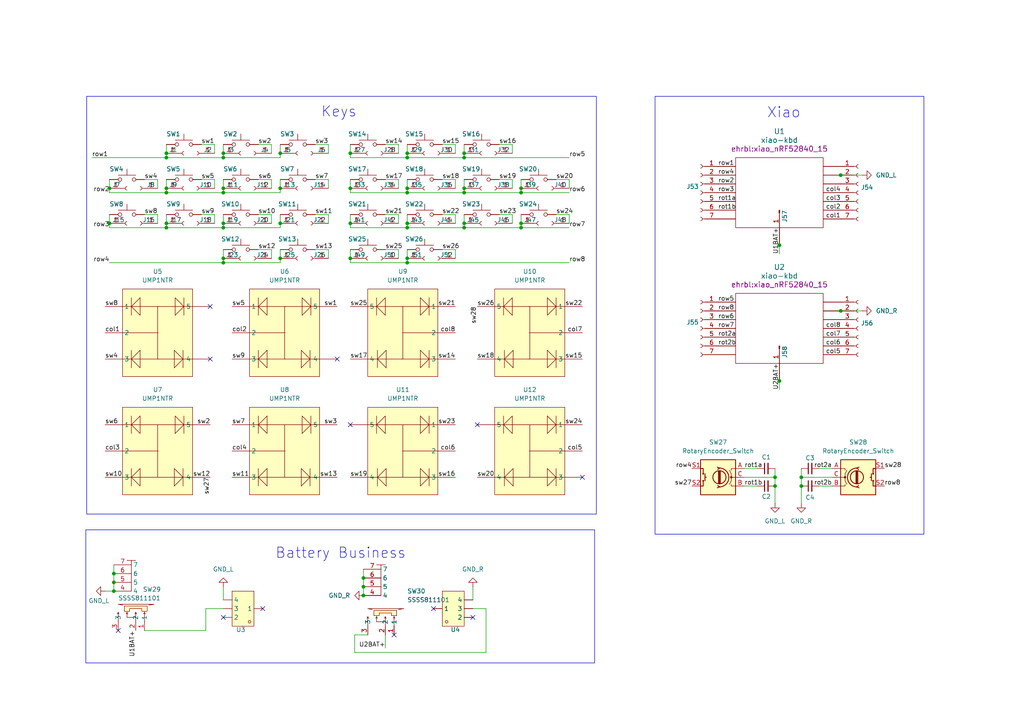
<source format=kicad_sch>
(kicad_sch (version 20231120) (generator "eeschema") (generator_version "8.0")
  (paper "A4")
  (title_block (title "ehrbl") (date "2024-09-23") (rev "0.1") (company "Octule"))
  (junction (at 64.77 45.72))
  (junction (at 243.84 90.17))
  (junction (at 134.62 66.04))
  (junction (at 64.77 64.77))
  (junction (at 134.62 55.88))
  (junction (at 81.28 54.61))
  (junction (at 118.11 74.93))
  (junction (at 118.11 54.61))
  (junction (at 101.6 54.61))
  (junction (at 226.06 71.12))
  (junction (at 105.41 172.72))
  (junction (at 64.77 66.04))
  (junction (at 118.11 55.88))
  (junction (at 151.13 55.88))
  (junction (at 151.13 66.04))
  (junction (at 48.26 55.88))
  (junction (at 64.77 55.88))
  (junction (at 118.11 44.45))
  (junction (at 224.79 140.97))
  (junction (at 118.11 76.2))
  (junction (at 48.26 66.04))
  (junction (at 151.13 64.77))
  (junction (at 243.84 50.8))
  (junction (at 64.77 44.45))
  (junction (at 101.6 64.77))
  (junction (at 64.77 54.61))
  (junction (at 81.28 64.77))
  (junction (at 105.41 167.64))
  (junction (at 33.02 168.91))
  (junction (at 48.26 44.45))
  (junction (at 33.02 166.37))
  (junction (at 105.41 170.18))
  (junction (at 224.79 138.43))
  (junction (at 81.28 74.93))
  (junction (at 33.02 171.45))
  (junction (at 232.41 138.43))
  (junction (at 232.41 140.97))
  (junction (at 118.11 66.04))
  (junction (at 151.13 54.61))
  (junction (at 64.77 74.93))
  (junction (at 118.11 45.72))
  (junction (at 48.26 54.61))
  (junction (at 48.26 45.72))
  (junction (at 101.6 74.93))
  (junction (at 31.75 54.61))
  (junction (at 226.06 110.49))
  (junction (at 134.62 54.61))
  (junction (at 64.77 76.2))
  (junction (at 134.62 64.77))
  (junction (at 81.28 44.45))
  (junction (at 31.75 64.77))
  (junction (at 48.26 64.77))
  (junction (at 134.62 45.72))
  (junction (at 101.6 44.45))
  (junction (at 134.62 44.45))
  (junction (at 118.11 64.77))
  (no_connect (at 137.16 179.07))
  (no_connect (at 34.29 182.88))
  (no_connect (at 138.43 123.19))
  (no_connect (at 60.96 104.14))
  (no_connect (at 114.3 184.15))
  (no_connect (at 60.96 88.9))
  (no_connect (at 97.79 104.14))
  (no_connect (at 76.2 176.53))
  (no_connect (at 64.77 179.07))
  (no_connect (at 168.91 138.43))
  (no_connect (at 125.73 176.53))
  (no_connect (at 101.6 123.19))
  (wire (pts (xy 134.62 55.88) (xy 151.13 55.88)))
  (wire (pts (xy 64.77 64.77) (xy 64.77 66.04)))
  (wire (pts (xy 78.74 52.07) (xy 78.74 54.61)))
  (wire (pts (xy 45.72 52.07) (xy 45.72 54.61)))
  (wire (pts (xy 33.02 163.83) (xy 33.02 166.37)))
  (wire (pts (xy 151.13 64.77) (xy 151.13 66.04)))
  (wire (pts (xy 118.11 64.77) (xy 118.11 66.04)))
  (wire (pts (xy 115.57 62.23) (xy 115.57 64.77)))
  (wire (pts (xy 48.26 52.07) (xy 48.26 54.61)))
  (wire (pts (xy 105.41 167.64) (xy 105.41 170.18)))
  (wire (pts (xy 115.57 52.07) (xy 115.57 54.61)))
  (wire (pts (xy 81.28 41.91) (xy 81.28 44.45)))
  (wire (pts (xy 226.06 110.49) (xy 226.06 113.03)))
  (wire (pts (xy 45.72 62.23) (xy 41.91 62.23)))
  (wire (pts (xy 132.08 62.23) (xy 128.27 62.23)))
  (wire (pts (xy 31.75 62.23) (xy 31.75 64.77)))
  (wire (pts (xy 132.08 52.07) (xy 128.27 52.07)))
  (wire (pts (xy 64.77 66.04) (xy 81.28 66.04)))
  (wire (pts (xy 132.08 72.39) (xy 132.08 74.93)))
  (wire (pts (xy 81.28 64.77) (xy 81.28 66.04)))
  (wire (pts (xy 118.11 44.45) (xy 118.11 45.72)))
  (wire (pts (xy 31.75 52.07) (xy 31.75 54.61)))
  (wire (pts (xy 148.59 52.07) (xy 144.78 52.07)))
  (wire (pts (xy 215.9 138.43) (xy 224.79 138.43)))
  (wire (pts (xy 165.1 62.23) (xy 161.29 62.23)))
  (wire (pts (xy 118.11 55.88) (xy 134.62 55.88)))
  (wire (pts (xy 64.77 45.72) (xy 81.28 45.72)))
  (wire (pts (xy 31.75 66.04) (xy 48.26 66.04)))
  (wire (pts (xy 59.69 176.53) (xy 64.77 176.53)))
  (wire (pts (xy 95.25 72.39) (xy 91.44 72.39)))
  (wire (pts (xy 243.84 90.17) (xy 250.19 90.17)))
  (wire (pts (xy 101.6 54.61) (xy 101.6 55.88)))
  (wire (pts (xy 64.77 170.18) (xy 64.77 173.99)))
  (wire (pts (xy 115.57 72.39) (xy 115.57 74.93)))
  (wire (pts (xy 95.25 62.23) (xy 91.44 62.23)))
  (wire (pts (xy 95.25 52.07) (xy 95.25 54.61)))
  (wire (pts (xy 148.59 52.07) (xy 148.59 54.61)))
  (wire (pts (xy 64.77 76.2) (xy 31.75 76.2)))
  (wire (pts (xy 81.28 44.45) (xy 81.28 45.72)))
  (wire (pts (xy 111.76 41.91) (xy 115.57 41.91)))
  (wire (pts (xy 226.06 105.41) (xy 226.06 110.49)))
  (wire (pts (xy 105.41 170.18) (xy 105.41 172.72)))
  (wire (pts (xy 64.77 74.93) (xy 64.77 76.2)))
  (wire (pts (xy 115.57 62.23) (xy 111.76 62.23)))
  (wire (pts (xy 81.28 52.07) (xy 81.28 54.61)))
  (wire (pts (xy 91.44 41.91) (xy 95.25 41.91)))
  (wire (pts (xy 48.26 44.45) (xy 48.26 45.72)))
  (wire (pts (xy 134.62 45.72) (xy 165.1 45.72)))
  (wire (pts (xy 62.23 52.07) (xy 62.23 54.61)))
  (wire (pts (xy 64.77 55.88) (xy 81.28 55.88)))
  (wire (pts (xy 224.79 138.43) (xy 224.79 140.97)))
  (wire (pts (xy 232.41 140.97) (xy 232.41 146.05)))
  (wire (pts (xy 81.28 54.61) (xy 81.28 55.88)))
  (wire (pts (xy 118.11 52.07) (xy 118.11 54.61)))
  (wire (pts (xy 62.23 52.07) (xy 58.42 52.07)))
  (wire (pts (xy 78.74 72.39) (xy 78.74 74.93)))
  (wire (pts (xy 81.28 76.2) (xy 64.77 76.2)))
  (wire (pts (xy 45.72 62.23) (xy 45.72 64.77)))
  (wire (pts (xy 26.67 45.72) (xy 48.26 45.72)))
  (wire (pts (xy 62.23 41.91) (xy 62.23 44.45)))
  (wire (pts (xy 161.29 52.07) (xy 165.1 52.07)))
  (wire (pts (xy 132.08 41.91) (xy 132.08 44.45)))
  (wire (pts (xy 134.62 44.45) (xy 134.62 45.72)))
  (wire (pts (xy 95.25 62.23) (xy 95.25 64.77)))
  (wire (pts (xy 48.26 55.88) (xy 64.77 55.88)))
  (wire (pts (xy 78.74 52.07) (xy 74.93 52.07)))
  (wire (pts (xy 118.11 62.23) (xy 118.11 64.77)))
  (wire (pts (xy 31.75 54.61) (xy 31.75 55.88)))
  (wire (pts (xy 101.6 52.07) (xy 101.6 54.61)))
  (wire (pts (xy 101.6 76.2) (xy 118.11 76.2)))
  (wire (pts (xy 101.6 45.72) (xy 101.6 44.45)))
  (wire (pts (xy 226.06 66.04) (xy 226.06 71.12)))
  (wire (pts (xy 78.74 62.23) (xy 74.93 62.23)))
  (wire (pts (xy 101.6 64.77) (xy 101.6 66.04)))
  (wire (pts (xy 101.6 41.91) (xy 101.6 44.45)))
  (wire (pts (xy 64.77 62.23) (xy 64.77 64.77)))
  (wire (pts (xy 118.11 45.72) (xy 134.62 45.72)))
  (wire (pts (xy 128.27 72.39) (xy 132.08 72.39)))
  (wire (pts (xy 165.1 52.07) (xy 165.1 54.61)))
  (wire (pts (xy 101.6 72.39) (xy 101.6 74.93)))
  (wire (pts (xy 30.48 171.45) (xy 33.02 171.45)))
  (wire (pts (xy 238.76 90.17) (xy 243.84 90.17)))
  (wire (pts (xy 31.75 55.88) (xy 48.26 55.88)))
  (wire (pts (xy 215.9 135.89) (xy 219.71 135.89)))
  (wire (pts (xy 165.1 62.23) (xy 165.1 64.77)))
  (wire (pts (xy 64.77 41.91) (xy 64.77 44.45)))
  (wire (pts (xy 134.62 66.04) (xy 134.62 64.77)))
  (wire (pts (xy 115.57 41.91) (xy 115.57 44.45)))
  (wire (pts (xy 134.62 41.91) (xy 134.62 44.45)))
  (wire (pts (xy 137.16 170.18) (xy 137.16 173.99)))
  (wire (pts (xy 95.25 41.91) (xy 95.25 44.45)))
  (wire (pts (xy 102.87 184.15) (xy 102.87 189.23)))
  (wire (pts (xy 81.28 74.93) (xy 81.28 76.2)))
  (wire (pts (xy 118.11 74.93) (xy 118.11 76.2)))
  (wire (pts (xy 78.74 62.23) (xy 78.74 64.77)))
  (wire (pts (xy 132.08 62.23) (xy 132.08 64.77)))
  (wire (pts (xy 134.62 62.23) (xy 134.62 64.77)))
  (wire (pts (xy 33.02 166.37) (xy 33.02 168.91)))
  (wire (pts (xy 48.26 64.77) (xy 48.26 66.04)))
  (wire (pts (xy 148.59 62.23) (xy 144.78 62.23)))
  (wire (pts (xy 118.11 72.39) (xy 118.11 74.93)))
  (wire (pts (xy 95.25 72.39) (xy 95.25 74.93)))
  (wire (pts (xy 62.23 62.23) (xy 58.42 62.23)))
  (wire (pts (xy 151.13 54.61) (xy 151.13 55.88)))
  (wire (pts (xy 118.11 54.61) (xy 118.11 55.88)))
  (wire (pts (xy 151.13 52.07) (xy 151.13 54.61)))
  (wire (pts (xy 148.59 41.91) (xy 148.59 44.45)))
  (wire (pts (xy 95.25 52.07) (xy 91.44 52.07)))
  (wire (pts (xy 250.19 50.8) (xy 243.84 50.8)))
  (wire (pts (xy 134.62 66.04) (xy 151.13 66.04)))
  (wire (pts (xy 59.69 182.88) (xy 59.69 176.53)))
  (wire (pts (xy 118.11 41.91) (xy 118.11 44.45)))
  (wire (pts (xy 81.28 72.39) (xy 81.28 74.93)))
  (wire (pts (xy 140.97 176.53) (xy 137.16 176.53)))
  (wire (pts (xy 224.79 135.89) (xy 224.79 138.43)))
  (wire (pts (xy 132.08 52.07) (xy 132.08 54.61)))
  (wire (pts (xy 41.91 182.88) (xy 59.69 182.88)))
  (wire (pts (xy 33.02 168.91) (xy 33.02 171.45)))
  (wire (pts (xy 48.26 66.04) (xy 64.77 66.04)))
  (wire (pts (xy 226.06 73.66) (xy 226.06 71.12)))
  (wire (pts (xy 62.23 62.23) (xy 62.23 64.77)))
  (wire (pts (xy 134.62 52.07) (xy 134.62 54.61)))
  (wire (pts (xy 118.11 66.04) (xy 134.62 66.04)))
  (wire (pts (xy 148.59 62.23) (xy 148.59 64.77)))
  (wire (pts (xy 101.6 74.93) (xy 101.6 76.2)))
  (wire (pts (xy 45.72 52.07) (xy 41.91 52.07)))
  (wire (pts (xy 48.26 54.61) (xy 48.26 55.88)))
  (wire (pts (xy 64.77 72.39) (xy 64.77 74.93)))
  (wire (pts (xy 151.13 62.23) (xy 151.13 64.77)))
  (wire (pts (xy 48.26 41.91) (xy 48.26 44.45)))
  (wire (pts (xy 78.74 72.39) (xy 74.93 72.39)))
  (wire (pts (xy 101.6 45.72) (xy 118.11 45.72)))
  (wire (pts (xy 105.41 165.1) (xy 105.41 167.64)))
  (wire (pts (xy 101.6 55.88) (xy 118.11 55.88)))
  (wire (pts (xy 115.57 52.07) (xy 111.76 52.07)))
  (wire (pts (xy 148.59 41.91) (xy 144.78 41.91)))
  (wire (pts (xy 132.08 41.91) (xy 128.27 41.91)))
  (wire (pts (xy 224.79 140.97) (xy 224.79 146.05)))
  (wire (pts (xy 62.23 41.91) (xy 58.42 41.91)))
  (wire (pts (xy 31.75 64.77) (xy 31.75 66.04)))
  (wire (pts (xy 64.77 52.07) (xy 64.77 54.61)))
  (wire (pts (xy 151.13 66.04) (xy 165.1 66.04)))
  (wire (pts (xy 111.76 187.96) (xy 111.76 184.15)))
  (wire (pts (xy 215.9 140.97) (xy 219.71 140.97)))
  (wire (pts (xy 115.57 72.39) (xy 111.76 72.39)))
  (wire (pts (xy 78.74 41.91) (xy 78.74 44.45)))
  (wire (pts (xy 232.41 138.43) (xy 232.41 140.97)))
  (wire (pts (xy 237.49 140.97) (xy 241.3 140.97)))
  (wire (pts (xy 64.77 44.45) (xy 64.77 45.72)))
  (wire (pts (xy 102.87 189.23) (xy 140.97 189.23)))
  (wire (pts (xy 232.41 135.89) (xy 232.41 138.43)))
  (wire (pts (xy 101.6 62.23) (xy 101.6 64.77)))
  (wire (pts (xy 48.26 62.23) (xy 48.26 64.77)))
  (wire (pts (xy 232.41 138.43) (xy 241.3 138.43)))
  (wire (pts (xy 140.97 189.23) (xy 140.97 176.53)))
  (wire (pts (xy 48.26 45.72) (xy 64.77 45.72)))
  (wire (pts (xy 78.74 41.91) (xy 74.93 41.91)))
  (wire (pts (xy 101.6 66.04) (xy 118.11 66.04)))
  (wire (pts (xy 237.49 135.89) (xy 241.3 135.89)))
  (wire (pts (xy 134.62 54.61) (xy 134.62 55.88)))
  (wire (pts (xy 118.11 76.2) (xy 165.1 76.2)))
  (wire (pts (xy 151.13 55.88) (xy 165.1 55.88)))
  (wire (pts (xy 106.68 184.15) (xy 102.87 184.15)))
  (wire (pts (xy 81.28 62.23) (xy 81.28 64.77)))
  (wire (pts (xy 64.77 54.61) (xy 64.77 55.88)))
  (rectangle (start 24.892 153.67) (end 172.466 192.278))
  (rectangle (start 189.992 27.94) (end 267.97 154.94))
  (rectangle (start 25.146 27.94) (end 172.974 149.098))
  (text "Battery Business" (at 98.806 160.528 0) (effects (font (size 2.9972 2.9972))))
  (text "Keys" (at 98.298 32.512 0) (effects (font (size 2.9972 2.9972))))
  (text "Xiao" (at 227.33 32.766 0) (effects (font (size 2.9972 2.9972))))
  (label "sw15" (at 168.91 104.14 180))
  (label "sw15" (at 128.27 41.91 0))
  (label "row1" (at 26.67 45.72 0))
  (label "row2" (at 31.75 55.88 180))
  (label "col7" (at 168.91 96.52 180))
  (label "sw13" (at 91.44 72.39 0))
  (label "col1" (at 30.48 96.52 0))
  (label "col2" (at 67.31 96.52 0))
  (label "sw17" (at 111.76 52.07 0))
  (label "sw14" (at 132.08 104.14 180))
  (label "col4" (at 243.84 55.88 180))
  (label "rot2b" (at 208.28 100.33 0))
  (label "sw26" (at 138.43 88.9 0))
  (label "col2" (at 243.84 60.96 180))
  (label "row7" (at 208.28 95.25 0))
  (label "sw25" (at 101.6 88.9 0))
  (label "sw22" (at 168.91 88.9 180))
  (label "col6" (at 243.84 100.33 180))
  (label "sw4" (at 41.91 52.07 0))
  (label "sw28" (at 138.43 88.9 270))
  (label "sw18" (at 138.43 104.14 0))
  (label "col8" (at 243.84 95.25 180))
  (label "sw7" (at 67.31 123.19 0))
  (label "col5" (at 168.91 130.81 180))
  (label "col5" (at 243.84 102.87 180))
  (label "sw3" (at 91.44 41.91 0))
  (label "sw3" (at 97.79 123.19 180))
  (label "row6" (at 208.28 92.71 0))
  (label "sw5" (at 58.42 52.07 0))
  (label "col7" (at 243.84 97.79 180))
  (label "row8" (at 208.28 90.17 0))
  (label "row6" (at 165.1 55.88 0))
  (label "sw18" (at 128.27 52.07 0))
  (label "sw5" (at 67.31 88.9 0))
  (label "row8" (at 165.1 76.2 0))
  (label "col3" (at 30.48 130.81 0))
  (label "row7" (at 165.1 66.04 0))
  (label "col6" (at 132.08 130.81 180))
  (label "sw17" (at 101.6 104.14 0))
  (label "sw27" (at 200.66 140.97 180))
  (label "rot1a" (at 208.28 58.42 0))
  (label "sw21" (at 132.08 88.9 180))
  (label "rot1b" (at 208.28 60.96 0))
  (label "sw26" (at 128.27 72.39 0))
  (label "sw7" (at 91.44 52.07 0))
  (label "col8" (at 132.08 96.52 180))
  (label "sw14" (at 111.76 41.91 0))
  (label "sw9" (at 58.42 62.23 0))
  (label "sw19" (at 101.6 138.43 0))
  (label "col3" (at 243.84 58.42 180))
  (label "sw25" (at 111.76 72.39 0))
  (label "sw16" (at 132.08 138.43 180))
  (label "sw28" (at 256.54 135.89 0))
  (label "sw2" (at 60.96 123.19 180))
  (label "sw23" (at 144.78 62.23 0))
  (label "sw2" (at 74.93 41.91 0))
  (label "col4" (at 67.31 130.81 0))
  (label "U1BAT+" (at 39.37 182.88 270))
  (label "sw11" (at 91.44 62.23 0))
  (label "row3" (at 208.28 55.88 0))
  (label "sw9" (at 67.31 104.14 0))
  (label "row4" (at 200.66 135.89 180))
  (label "sw13" (at 97.79 138.43 180))
  (label "sw8" (at 41.91 62.23 0))
  (label "row1" (at 208.28 48.26 0))
  (label "sw10" (at 74.93 62.23 0))
  (label "sw10" (at 30.48 138.43 0))
  (label "sw6" (at 74.93 52.07 0))
  (label "rot2a" (at 241.3 135.89 180))
  (label "sw20" (at 138.43 138.43 0))
  (label "sw16" (at 144.78 41.91 0))
  (label "row5" (at 165.1 45.72 0))
  (label "row8" (at 256.54 140.97 0))
  (label "U1BAT+" (at 226.06 73.66 90))
  (label "sw23" (at 132.08 123.19 180))
  (label "U2BAT+" (at 226.06 113.03 90))
  (label "sw27" (at 60.96 138.43 270))
  (label "row4" (at 208.28 50.8 0))
  (label "sw19" (at 144.78 52.07 0))
  (label "sw20" (at 161.29 52.07 0))
  (label "sw11" (at 67.31 138.43 0))
  (label "row2" (at 208.28 53.34 0))
  (label "rot1a" (at 215.9 135.89 0))
  (label "sw22" (at 128.27 62.23 0))
  (label "sw4" (at 30.48 104.14 0))
  (label "sw6" (at 30.48 123.19 0))
  (label "sw1" (at 97.79 88.9 180))
  (label "col1" (at 243.84 63.5 180))
  (label "U2BAT+" (at 111.76 187.96 180))
  (label "sw1" (at 58.42 41.91 0))
  (label "sw24" (at 168.91 123.19 180))
  (label "sw12" (at 74.93 72.39 0))
  (label "row4" (at 31.75 76.2 180))
  (label "rot1b" (at 215.9 140.97 0))
  (label "sw21" (at 111.76 62.23 0))
  (label "row3" (at 31.75 66.04 180))
  (label "sw24" (at 161.29 62.23 0))
  (label "row5" (at 208.28 87.63 0))
  (label "sw12" (at 60.96 138.43 180))
  (label "rot2b" (at 241.3 140.97 180))
  (label "sw8" (at 30.48 88.9 0))
  (label "rot2a" (at 208.28 97.79 0))
  (symbol (lib_id "Switch:SW_Push") (at 69.85 72.39 0) (unit 1) (in_bom no)
    (property "Reference" "SW12" (at 66.802 69.342 0))
    (property "Value" "SW_Push" (effects (hide yes)))
    (property "Footprint" "ehrbl:SW_PG1350" (effects (hide yes)))
    (property "Description" "Push button switch, generic, two pins" (effects (hide yes)))
    (property "Config" "+case" (effects (hide yes)))
    (property "case:Footprint" "ehrbl:SW_PG1350_case" (effects (hide yes)))
  )
  (symbol (lib_id "Switch:SW_Push") (at 53.34 62.23 0) (unit 1) (in_bom no)
    (property "Reference" "SW9" (at 50.292 59.182 0))
    (property "Value" "SW_Push" (effects (hide yes)))
    (property "Footprint" "ehrbl:SW_PG1350" (effects (hide yes)))
    (property "Description" "Push button switch, generic, two pins" (effects (hide yes)))
    (property "Config" "+case" (effects (hide yes)))
    (property "case:Footprint" "ehrbl:SW_PG1350_case" (effects (hide yes)))
  )
  (symbol (lib_id "ehrbl:MY-LR44-02") (at 132.08 176.53 0) (mirror x) (unit 1)
    (property "Reference" "U4" (at 132.08 182.626 0))
    (property "Value" "MY-LR44-02" (effects (hide yes)))
    (property "Footprint" "ehrbl:BAT-SMD_MY-LR44-02" (effects (hide yes)))
    (property "Datasheet" "https://wmsc.lcsc.com/wmsc/upload/file/pdf/v2/lcsc/2111120930_MYOUNG-MY-LR44-02_C2902345.pdf" (effects (hide yes)))
    (property "LCSC" "C2902345" (effects (hide yes)))
    (property "MPN" "MY-LR44-02" (effects (hide yes)))
    (property "LCSC Part" "C2902345" (effects (hide yes)))
  )
  (symbol (lib_id "Connector:Conn_01x01_Socket") (at 90.17 54.61 0) (mirror y) (unit 1)
    (property "Reference" "J14" (at 94.488 53.594 0) (effects (justify left)))
    (property "Value" "3305-0-15-80-47-27-10-0" (effects (hide yes)))
    (property "Footprint" "ehrbl:3305-0-15-80-47-27-10-0" (effects (hide yes)))
    (property "Description" "Generic connector, single row, 01x01, script generated" (effects (hide yes)))
    (property "LCSC" "C17370797" (effects (hide yes)))
    (property "MPN" "3305-0-15-80-47-27-10-0" (effects (hide yes)))
  )
  (symbol (lib_id "Connector:Conn_01x01_Socket") (at 123.19 44.45 0) (unit 1)
    (property "Reference" "J29" (at 118.872 43.434 0) (effects (justify left)))
    (property "Value" "3305-0-15-80-47-27-10-0" (effects (hide yes)))
    (property "Footprint" "ehrbl:3305-0-15-80-47-27-10-0" (effects (hide yes)))
    (property "Description" "Generic connector, single row, 01x01, script generated" (effects (hide yes)))
    (property "LCSC" "C17370797" (effects (hide yes)))
    (property "MPN" "3305-0-15-80-47-27-10-0" (effects (hide yes)))
  )
  (symbol (lib_id "Switch:SW_Push") (at 86.36 52.07 0) (unit 1) (in_bom no)
    (property "Reference" "SW7" (at 83.312 49.022 0))
    (property "Value" "SW_Push" (effects (hide yes)))
    (property "Footprint" "ehrbl:SW_PG1350" (effects (hide yes)))
    (property "Description" "Push button switch, generic, two pins" (effects (hide yes)))
    (property "Config" "+case" (effects (hide yes)))
    (property "case:Footprint" "ehrbl:SW_PG1350_case" (effects (hide yes)))
  )
  (symbol (lib_id "Device:RotaryEncoder_Switch") (at 208.28 138.43 0) (mirror y) (unit 1) (in_bom no)
    (property "Reference" "SW27" (at 208.28 128.27 0))
    (property "Value" "RotaryEncoder_Switch" (at 208.28 130.81 0))
    (property "Footprint" "ehrbl:RollerEncoder_Panasonic_EVQWGD001" (effects (hide yes)))
    (property "Description" "Rotary encoder, dual channel, incremental quadrate outputs, with switch" (effects (hide yes)))
    (property "Config" "+case" (effects (hide yes)))
    (property "case:Footprint" "ehrbl:RollerEncoder_Panasonic_EVQWGD001_case" (effects (hide yes)))
  )
  (symbol (lib_id "power:GND") (at 224.79 146.05 0) (unit 1)
    (property "Reference" "#PWR07" (effects (hide yes)))
    (property "Value" "GND_L" (at 224.79 151.13 0))
    (property "Description" "Power symbol creates a global label with name \"GND\" , ground" (effects (hide yes)))
  )
  (symbol (lib_id "Connector:Conn_01x01_Socket") (at 123.19 74.93 0) (unit 1)
    (property "Reference" "J51" (at 118.872 73.914 0) (effects (justify left)))
    (property "Value" "3305-0-15-80-47-27-10-0" (effects (hide yes)))
    (property "Footprint" "ehrbl:3305-0-15-80-47-27-10-0" (effects (hide yes)))
    (property "Description" "Generic connector, single row, 01x01, script generated" (effects (hide yes)))
    (property "LCSC" "C17370797" (effects (hide yes)))
    (property "MPN" "3305-0-15-80-47-27-10-0" (effects (hide yes)))
  )
  (symbol (lib_id "Connector:Conn_01x01_Socket") (at 156.21 64.77 0) (unit 1)
    (property "Reference" "J47" (at 151.892 63.754 0) (effects (justify left)))
    (property "Value" "3305-0-15-80-47-27-10-0" (effects (hide yes)))
    (property "Footprint" "ehrbl:3305-0-15-80-47-27-10-0" (effects (hide yes)))
    (property "Description" "Generic connector, single row, 01x01, script generated" (effects (hide yes)))
    (property "LCSC" "C17370797" (effects (hide yes)))
    (property "MPN" "3305-0-15-80-47-27-10-0" (effects (hide yes)))
  )
  (symbol (lib_id "Switch:SW_Push") (at 139.7 52.07 0) (unit 1) (in_bom no)
    (property "Reference" "SW19" (at 136.652 49.022 0))
    (property "Value" "SW_Push" (effects (hide yes)))
    (property "Footprint" "ehrbl:SW_PG1350" (effects (hide yes)))
    (property "Description" "Push button switch, generic, two pins" (effects (hide yes)))
    (property "Config" "+case" (effects (hide yes)))
    (property "case:Footprint" "ehrbl:SW_PG1350_case" (effects (hide yes)))
  )
  (symbol (lib_id "Device:C_Small") (at 234.95 135.89 90) (unit 1)
    (property "Reference" "C3" (at 234.95 132.842 90))
    (property "Value" "C_Small" (effects (hide yes)))
    (property "Footprint" "Capacitor_SMD:C_0402_1005Metric" (effects (hide yes)))
    (property "Description" "Unpolarized capacitor, small symbol" (effects (hide yes)))
    (property "LCSC" "C60474" (effects (hide yes)))
  )
  (symbol (lib_id "Connector:Conn_01x01_Socket") (at 143.51 64.77 0) (mirror y) (unit 1)
    (property "Reference" "J46" (at 147.828 63.754 0) (effects (justify left)))
    (property "Value" "3305-0-15-80-47-27-10-0" (effects (hide yes)))
    (property "Footprint" "ehrbl:3305-0-15-80-47-27-10-0" (effects (hide yes)))
    (property "Description" "Generic connector, single row, 01x01, script generated" (effects (hide yes)))
    (property "LCSC" "C17370797" (effects (hide yes)))
    (property "MPN" "3305-0-15-80-47-27-10-0" (effects (hide yes)))
  )
  (symbol (lib_id "Connector:Conn_01x01_Socket") (at 73.66 54.61 0) (mirror y) (unit 1)
    (property "Reference" "J12" (at 77.978 53.594 0) (effects (justify left)))
    (property "Value" "3305-0-15-80-47-27-10-0" (effects (hide yes)))
    (property "Footprint" "ehrbl:3305-0-15-80-47-27-10-0" (effects (hide yes)))
    (property "Description" "Generic connector, single row, 01x01, script generated" (effects (hide yes)))
    (property "LCSC" "C17370797" (effects (hide yes)))
    (property "MPN" "3305-0-15-80-47-27-10-0" (effects (hide yes)))
  )
  (symbol (lib_id "Connector:Conn_01x01_Socket") (at 57.15 54.61 0) (mirror y) (unit 1)
    (property "Reference" "J10" (at 61.468 53.594 0) (effects (justify left)))
    (property "Value" "3305-0-15-80-47-27-10-0" (effects (hide yes)))
    (property "Footprint" "ehrbl:3305-0-15-80-47-27-10-0" (effects (hide yes)))
    (property "Description" "Generic connector, single row, 01x01, script generated" (effects (hide yes)))
    (property "LCSC" "C17370797" (effects (hide yes)))
    (property "MPN" "3305-0-15-80-47-27-10-0" (effects (hide yes)))
  )
  (symbol (lib_id "ehrbl:MY-LR44-02") (at 69.85 176.53 180) (unit 1)
    (property "Reference" "U3" (at 69.85 182.626 0))
    (property "Value" "MY-LR44-02" (effects (hide yes)))
    (property "Footprint" "ehrbl:BAT-SMD_MY-LR44-02" (effects (hide yes)))
    (property "Datasheet" "https://wmsc.lcsc.com/wmsc/upload/file/pdf/v2/lcsc/2111120930_MYOUNG-MY-LR44-02_C2902345.pdf" (effects (hide yes)))
    (property "LCSC" "C2902345" (effects (hide yes)))
    (property "MPN" "MY-LR44-02" (effects (hide yes)))
    (property "LCSC Part" "C2902345" (effects (hide yes)))
  )
  (symbol (lib_id "Connector:Conn_01x01_Socket") (at 86.36 54.61 0) (unit 1)
    (property "Reference" "J13" (at 82.042 53.594 0) (effects (justify left)))
    (property "Value" "3305-0-15-80-47-27-10-0" (effects (hide yes)))
    (property "Footprint" "ehrbl:3305-0-15-80-47-27-10-0" (effects (hide yes)))
    (property "Description" "Generic connector, single row, 01x01, script generated" (effects (hide yes)))
    (property "LCSC" "C17370797" (effects (hide yes)))
    (property "MPN" "3305-0-15-80-47-27-10-0" (effects (hide yes)))
  )
  (symbol (lib_id "Switch:SW_Push") (at 86.36 72.39 0) (unit 1) (in_bom no)
    (property "Reference" "SW13" (at 83.312 69.342 0))
    (property "Value" "SW_Push" (effects (hide yes)))
    (property "Footprint" "ehrbl:SW_PG1350" (effects (hide yes)))
    (property "Description" "Push button switch, generic, two pins" (effects (hide yes)))
    (property "Config" "+case" (effects (hide yes)))
    (property "case:Footprint" "ehrbl:SW_PG1350_case" (effects (hide yes)))
  )
  (symbol (lib_id "Connector:Conn_01x07_Socket") (at 203.2 55.88 0) (mirror y) (unit 1)
    (property "Reference" "J53" (at 202.692 54.102 0) (effects (justify left)))
    (property "Value" "MF254V-11-07-0743" (effects (hide yes)))
    (property "Footprint" "ehrbl:MF254V-11-07-0743" (effects (hide yes)))
    (property "Description" "Generic connector, single row, 01x07, script generated" (effects (hide yes)))
    (property "LCSC" "C2889988" (effects (hide yes)))
    (property "MPN" "310-13-107-41-001000" (effects (hide yes)))
  )
  (symbol (lib_id "Connector:Conn_01x07_Socket") (at 203.2 95.25 0) (mirror y) (unit 1)
    (property "Reference" "J55" (at 202.692 93.472 0) (effects (justify left)))
    (property "Value" "MF254V-11-07-0743" (effects (hide yes)))
    (property "Footprint" "ehrbl:MF254V-11-07-0743" (effects (hide yes)))
    (property "Description" "Generic connector, single row, 01x07, script generated" (effects (hide yes)))
    (property "LCSC" "C2889988" (effects (hide yes)))
    (property "MPN" "310-13-107-41-001000" (effects (hide yes)))
  )
  (symbol (lib_id "Device:RotaryEncoder_Switch") (at 248.92 138.43 0) (unit 1) (in_bom no)
    (property "Reference" "SW28" (at 248.92 128.27 0))
    (property "Value" "RotaryEncoder_Switch" (at 248.92 130.81 0))
    (property "Footprint" "ehrbl:RollerEncoder_Panasonic_EVQWGD001" (effects (hide yes)))
    (property "Description" "Rotary encoder, dual channel, incremental quadrate outputs, with switch" (effects (hide yes)))
    (property "Config" "+case" (effects (hide yes)))
    (property "case:Footprint" "ehrbl:RollerEncoder_Panasonic_EVQWGD001_case" (effects (hide yes)))
  )
  (symbol (lib_name "UMP1NTR_4") (lib_id "ehrbl:UMP1NTR") (at 116.84 130.81 0) (mirror y) (unit 1)
    (property "Reference" "U11" (at 116.84 113.03 0))
    (property "Value" "UMP1NTR" (at 116.84 115.57 0))
    (property "Footprint" "ehrbl:SOT-353_L2.1-W1.3-P0.65-LS2.3-BL" (effects (hide yes)))
    (property "LCSC Part" "C510065" (effects (hide yes)))
    (property "LCSC" "C510065" (effects (hide yes)))
  )
  (symbol (lib_id "ehrbl:SSSS811101") (at 40.64 179.07 180) (unit 1)
    (property "Reference" "SW29" (at 41.402 170.942 0) (effects (justify right)))
    (property "Value" "SSSS811101" (at 34.29 173.482 0) (effects (justify right)))
    (property "Footprint" "ehrbl:SW-SMD_SSSS811101" (effects (hide yes)))
    (property "Datasheet" "https://lcsc.com/product-detail/Toggle-Switches_ALPS_SSSS811101_SSSS811101_C109335.html" (effects (hide yes)))
    (property "LCSC" "C109335" (effects (hide yes)))
    (property "Config" "+case,+board" (effects (hide yes)))
    (property "case:Footprint" "TestPoint:TestPoint_Pad_1.0x1.0mm" (effects (hide yes)))
  )
  (symbol (lib_id "power:GND") (at 30.48 171.45 270) (unit 1)
    (property "Reference" "#PWR06" (effects (hide yes)))
    (property "Value" "GND_L" (at 31.75 174.244 90) (effects (justify right)))
    (property "Description" "Power symbol creates a global label with name \"GND\" , ground" (effects (hide yes)))
  )
  (symbol (lib_id "Connector:Conn_01x01_Socket") (at 69.85 64.77 0) (unit 1)
    (property "Reference" "J19" (at 65.532 63.754 0) (effects (justify left)))
    (property "Value" "3305-0-15-80-47-27-10-0" (effects (hide yes)))
    (property "Footprint" "ehrbl:3305-0-15-80-47-27-10-0" (effects (hide yes)))
    (property "Description" "Generic connector, single row, 01x01, script generated" (effects (hide yes)))
    (property "LCSC" "C17370797" (effects (hide yes)))
    (property "MPN" "3305-0-15-80-47-27-10-0" (effects (hide yes)))
  )
  (symbol (lib_id "Connector:Conn_01x01_Socket") (at 86.36 44.45 0) (unit 1)
    (property "Reference" "J5" (at 82.042 43.434 0) (effects (justify left)))
    (property "Value" "3305-0-15-80-47-27-10-0" (effects (hide yes)))
    (property "Footprint" "ehrbl:3305-0-15-80-47-27-10-0" (effects (hide yes)))
    (property "Description" "Generic connector, single row, 01x01, script generated" (effects (hide yes)))
    (property "LCSC" "C17370797" (effects (hide yes)))
    (property "MPN" "3305-0-15-80-47-27-10-0" (effects (hide yes)))
  )
  (symbol (lib_id "Connector:Conn_01x01_Socket") (at 73.66 64.77 0) (mirror y) (unit 1)
    (property "Reference" "J20" (at 77.978 63.754 0) (effects (justify left)))
    (property "Value" "3305-0-15-80-47-27-10-0" (effects (hide yes)))
    (property "Footprint" "ehrbl:3305-0-15-80-47-27-10-0" (effects (hide yes)))
    (property "Description" "Generic connector, single row, 01x01, script generated" (effects (hide yes)))
    (property "LCSC" "C17370797" (effects (hide yes)))
    (property "MPN" "3305-0-15-80-47-27-10-0" (effects (hide yes)))
  )
  (symbol (lib_id "Connector:Conn_01x01_Socket") (at 110.49 64.77 0) (mirror y) (unit 1)
    (property "Reference" "J42" (at 114.808 63.754 0) (effects (justify left)))
    (property "Value" "3305-0-15-80-47-27-10-0" (effects (hide yes)))
    (property "Footprint" "ehrbl:3305-0-15-80-47-27-10-0" (effects (hide yes)))
    (property "Description" "Generic connector, single row, 01x01, script generated" (effects (hide yes)))
    (property "LCSC" "C17370797" (effects (hide yes)))
    (property "MPN" "3305-0-15-80-47-27-10-0" (effects (hide yes)))
  )
  (symbol (lib_id "ehrbl:xiao_nRF52840_14") (at 226.06 55.88 0) (unit 1) (in_bom no)
    (property "Reference" "U1" (at 226.06 38.1 0) (effects (font (size 1.524 1.524))))
    (property "Value" "xiao-kbd" (at 226.06 40.64 0) (effects (font (size 1.524 1.524))))
    (property "Footprint" "ehrbl:xiao_nRF52840_15" (at 226.06 43.18 0) (effects (font (size 1.524 1.524))))
    (property "Config" "+case" (effects (hide yes)))
    (property "case:Footprint" "ehrbl:xiao_nRF52840_15_case" (effects (hide yes)))
  )
  (symbol (lib_id "Connector:Conn_01x01_Socket") (at 90.17 44.45 0) (mirror y) (unit 1)
    (property "Reference" "J6" (at 94.488 43.434 0) (effects (justify left)))
    (property "Value" "3305-0-15-80-47-27-10-0" (effects (hide yes)))
    (property "Footprint" "ehrbl:3305-0-15-80-47-27-10-0" (effects (hide yes)))
    (property "Description" "Generic connector, single row, 01x01, script generated" (effects (hide yes)))
    (property "LCSC" "C17370797" (effects (hide yes)))
    (property "MPN" "3305-0-15-80-47-27-10-0" (effects (hide yes)))
  )
  (symbol (lib_id "Switch:SW_Push") (at 69.85 52.07 0) (unit 1) (in_bom no)
    (property "Reference" "SW6" (at 66.802 49.022 0))
    (property "Value" "SW_Push" (effects (hide yes)))
    (property "Footprint" "ehrbl:SW_PG1350" (effects (hide yes)))
    (property "Description" "Push button switch, generic, two pins" (effects (hide yes)))
    (property "Config" "+case" (effects (hide yes)))
    (property "case:Footprint" "ehrbl:SW_PG1350_case" (effects (hide yes)))
  )
  (symbol (lib_id "Switch:SW_Push") (at 139.7 41.91 0) (unit 1) (in_bom no)
    (property "Reference" "SW16" (at 136.652 38.862 0))
    (property "Value" "SW_Push" (effects (hide yes)))
    (property "Footprint" "ehrbl:SW_PG1350" (effects (hide yes)))
    (property "Description" "Push button switch, generic, two pins" (effects (hide yes)))
    (property "Config" "+case" (effects (hide yes)))
    (property "case:Footprint" "ehrbl:SW_PG1350_case" (effects (hide yes)))
  )
  (symbol (lib_id "Switch:SW_Push") (at 106.68 41.91 0) (unit 1) (in_bom no)
    (property "Reference" "SW14" (at 103.632 38.862 0))
    (property "Value" "SW_Push" (effects (hide yes)))
    (property "Footprint" "ehrbl:SW_PG1350" (effects (hide yes)))
    (property "Description" "Push button switch, generic, two pins" (effects (hide yes)))
    (property "Config" "+case" (effects (hide yes)))
    (property "case:Footprint" "ehrbl:SW_PG1350_case" (effects (hide yes)))
  )
  (symbol (lib_id "Switch:SW_Push") (at 123.19 62.23 0) (unit 1) (in_bom no)
    (property "Reference" "SW22" (at 120.142 59.182 0))
    (property "Value" "SW_Push" (effects (hide yes)))
    (property "Footprint" "ehrbl:SW_PG1350" (effects (hide yes)))
    (property "Description" "Push button switch, generic, two pins" (effects (hide yes)))
    (property "Config" "+case" (effects (hide yes)))
    (property "case:Footprint" "ehrbl:SW_PG1350_case" (effects (hide yes)))
  )
  (symbol (lib_id "Connector:Conn_01x07_Socket") (at 248.92 95.25 0) (unit 1)
    (property "Reference" "J56" (at 249.682 93.726 0) (effects (justify left)))
    (property "Value" "MF254V-11-07-0743" (effects (hide yes)))
    (property "Footprint" "ehrbl:MF254V-11-07-0743" (effects (hide yes)))
    (property "Description" "Generic connector, single row, 01x07, script generated" (effects (hide yes)))
    (property "LCSC" "C2889988" (effects (hide yes)))
    (property "MPN" "310-13-107-41-001000" (effects (hide yes)))
  )
  (symbol (lib_id "Connector:Conn_01x01_Socket") (at 57.15 44.45 0) (mirror y) (unit 1)
    (property "Reference" "J2" (at 61.468 43.434 0) (effects (justify left)))
    (property "Value" "3305-0-15-80-47-27-10-0" (effects (hide yes)))
    (property "Footprint" "ehrbl:3305-0-15-80-47-27-10-0" (effects (hide yes)))
    (property "Description" "Generic connector, single row, 01x01, script generated" (effects (hide yes)))
    (property "LCSC" "C17370797" (effects (hide yes)))
    (property "MPN" "3305-0-15-80-47-27-10-0" (effects (hide yes)))
  )
  (symbol (lib_id "Connector:Conn_01x01_Socket") (at 69.85 54.61 0) (unit 1)
    (property "Reference" "J11" (at 65.532 53.594 0) (effects (justify left)))
    (property "Value" "3305-0-15-80-47-27-10-0" (effects (hide yes)))
    (property "Footprint" "ehrbl:3305-0-15-80-47-27-10-0" (effects (hide yes)))
    (property "Description" "Generic connector, single row, 01x01, script generated" (effects (hide yes)))
    (property "LCSC" "C17370797" (effects (hide yes)))
    (property "MPN" "3305-0-15-80-47-27-10-0" (effects (hide yes)))
  )
  (symbol (lib_id "Switch:SW_Push") (at 106.68 52.07 0) (unit 1) (in_bom no)
    (property "Reference" "SW17" (at 103.632 49.022 0))
    (property "Value" "SW_Push" (effects (hide yes)))
    (property "Footprint" "ehrbl:SW_PG1350" (effects (hide yes)))
    (property "Description" "Push button switch, generic, two pins" (effects (hide yes)))
    (property "Config" "+case" (effects (hide yes)))
    (property "case:Footprint" "ehrbl:SW_PG1350_case" (effects (hide yes)))
  )
  (symbol (lib_id "power:GND") (at 232.41 146.05 0) (unit 1)
    (property "Reference" "#PWR08" (effects (hide yes)))
    (property "Value" "GND_R" (at 232.41 151.13 0))
    (property "Description" "Power symbol creates a global label with name \"GND\" , ground" (effects (hide yes)))
  )
  (symbol (lib_id "Switch:SW_Push") (at 156.21 62.23 0) (unit 1) (in_bom no)
    (property "Reference" "SW24" (at 153.162 59.182 0))
    (property "Value" "SW_Push" (effects (hide yes)))
    (property "Footprint" "ehrbl:SW_PG1350" (effects (hide yes)))
    (property "Description" "Push button switch, generic, two pins" (effects (hide yes)))
    (property "Config" "+case" (effects (hide yes)))
    (property "case:Footprint" "ehrbl:SW_PG1350_case" (effects (hide yes)))
  )
  (symbol (lib_id "Connector:Conn_01x01_Socket") (at 110.49 54.61 0) (mirror y) (unit 1)
    (property "Reference" "J34" (at 114.808 53.594 0) (effects (justify left)))
    (property "Value" "3305-0-15-80-47-27-10-0" (effects (hide yes)))
    (property "Footprint" "ehrbl:3305-0-15-80-47-27-10-0" (effects (hide yes)))
    (property "Description" "Generic connector, single row, 01x01, script generated" (effects (hide yes)))
    (property "LCSC" "C17370797" (effects (hide yes)))
    (property "MPN" "3305-0-15-80-47-27-10-0" (effects (hide yes)))
  )
  (symbol (lib_id "Switch:SW_Push") (at 123.19 72.39 0) (unit 1) (in_bom no)
    (property "Reference" "SW26" (at 120.142 69.342 0))
    (property "Value" "SW_Push" (effects (hide yes)))
    (property "Footprint" "ehrbl:SW_PG1350" (effects (hide yes)))
    (property "Description" "Push button switch, generic, two pins" (effects (hide yes)))
    (property "Config" "+case" (effects (hide yes)))
    (property "case:Footprint" "ehrbl:SW_PG1350_case" (effects (hide yes)))
  )
  (symbol (lib_id "Switch:SW_Push") (at 139.7 62.23 0) (unit 1) (in_bom no)
    (property "Reference" "SW23" (at 136.652 59.182 0))
    (property "Value" "SW_Push" (effects (hide yes)))
    (property "Footprint" "ehrbl:SW_PG1350" (effects (hide yes)))
    (property "Description" "Push button switch, generic, two pins" (effects (hide yes)))
    (property "Config" "+case" (effects (hide yes)))
    (property "case:Footprint" "ehrbl:SW_PG1350_case" (effects (hide yes)))
  )
  (symbol (lib_id "Connector:Conn_01x01_Socket") (at 36.83 64.77 0) (unit 1)
    (property "Reference" "J15" (at 32.512 63.754 0) (effects (justify left)))
    (property "Value" "3305-0-15-80-47-27-10-0" (effects (hide yes)))
    (property "Footprint" "ehrbl:3305-0-15-80-47-27-10-0" (effects (hide yes)))
    (property "Description" "Generic connector, single row, 01x01, script generated" (effects (hide yes)))
    (property "LCSC" "C17370797" (effects (hide yes)))
    (property "MPN" "3305-0-15-80-47-27-10-0" (effects (hide yes)))
  )
  (symbol (lib_id "Connector:Conn_01x01_Socket") (at 53.34 54.61 0) (unit 1)
    (property "Reference" "J9" (at 49.022 53.594 0) (effects (justify left)))
    (property "Value" "3305-0-15-80-47-27-10-0" (effects (hide yes)))
    (property "Footprint" "ehrbl:3305-0-15-80-47-27-10-0" (effects (hide yes)))
    (property "Description" "Generic connector, single row, 01x01, script generated" (effects (hide yes)))
    (property "LCSC" "C17370797" (effects (hide yes)))
    (property "MPN" "3305-0-15-80-47-27-10-0" (effects (hide yes)))
  )
  (symbol (lib_name "UMP1NTR_6") (lib_id "ehrbl:UMP1NTR") (at 82.55 96.52 0) (unit 1)
    (property "Reference" "U6" (at 82.55 78.74 0))
    (property "Value" "UMP1NTR" (at 82.55 81.28 0))
    (property "Footprint" "ehrbl:SOT-353_L2.1-W1.3-P0.65-LS2.3-BL" (effects (hide yes)))
    (property "LCSC" "C510065" (effects (hide yes)))
  )
  (symbol (lib_name "UMP1NTR_5") (lib_id "ehrbl:UMP1NTR") (at 153.67 130.81 0) (mirror y) (unit 1)
    (property "Reference" "U12" (at 153.67 113.03 0))
    (property "Value" "UMP1NTR" (at 153.67 115.57 0))
    (property "Footprint" "ehrbl:SOT-353_L2.1-W1.3-P0.65-LS2.3-BL" (effects (hide yes)))
    (property "LCSC Part" "C510065" (effects (hide yes)))
    (property "LCSC" "C510065" (effects (hide yes)))
  )
  (symbol (lib_id "Switch:SW_Push") (at 53.34 52.07 0) (unit 1) (in_bom no)
    (property "Reference" "SW5" (at 50.292 49.022 0))
    (property "Value" "SW_Push" (effects (hide yes)))
    (property "Footprint" "ehrbl:SW_PG1350" (effects (hide yes)))
    (property "Description" "Push button switch, generic, two pins" (effects (hide yes)))
    (property "Config" "+case" (effects (hide yes)))
    (property "case:Footprint" "ehrbl:SW_PG1350_case" (effects (hide yes)))
  )
  (symbol (lib_id "Connector:Conn_01x01_Socket") (at 110.49 74.93 0) (mirror y) (unit 1)
    (property "Reference" "J50" (at 114.808 73.914 0) (effects (justify left)))
    (property "Value" "3305-0-15-80-47-27-10-0" (effects (hide yes)))
    (property "Footprint" "ehrbl:3305-0-15-80-47-27-10-0" (effects (hide yes)))
    (property "Description" "Generic connector, single row, 01x01, script generated" (effects (hide yes)))
    (property "LCSC" "C17370797" (effects (hide yes)))
    (property "MPN" "3305-0-15-80-47-27-10-0" (effects (hide yes)))
  )
  (symbol (lib_id "Connector:Conn_01x01_Socket") (at 57.15 64.77 0) (mirror y) (unit 1)
    (property "Reference" "J18" (at 61.468 63.754 0) (effects (justify left)))
    (property "Value" "3305-0-15-80-47-27-10-0" (effects (hide yes)))
    (property "Footprint" "ehrbl:3305-0-15-80-47-27-10-0" (effects (hide yes)))
    (property "Description" "Generic connector, single row, 01x01, script generated" (effects (hide yes)))
    (property "LCSC" "C17370797" (effects (hide yes)))
    (property "MPN" "3305-0-15-80-47-27-10-0" (effects (hide yes)))
  )
  (symbol (lib_id "power:GND") (at 250.19 90.17 90) (unit 1)
    (property "Reference" "#PWR02" (effects (hide yes)))
    (property "Value" "GND_R" (at 254 90.1699 90) (effects (justify right)))
    (property "Description" "Power symbol creates a global label with name \"GND\" , ground" (effects (hide yes)))
  )
  (symbol (lib_id "Connector:Conn_01x01_Socket") (at 40.64 64.77 0) (mirror y) (unit 1)
    (property "Reference" "J16" (at 44.958 63.754 0) (effects (justify left)))
    (property "Value" "3305-0-15-80-47-27-10-0" (effects (hide yes)))
    (property "Footprint" "ehrbl:3305-0-15-80-47-27-10-0" (effects (hide yes)))
    (property "Description" "Generic connector, single row, 01x01, script generated" (effects (hide yes)))
    (property "LCSC" "C17370797" (effects (hide yes)))
    (property "MPN" "3305-0-15-80-47-27-10-0" (effects (hide yes)))
  )
  (symbol (lib_id "Switch:SW_Push") (at 36.83 62.23 0) (unit 1) (in_bom no)
    (property "Reference" "SW8" (at 33.782 59.182 0))
    (property "Value" "SW_Push" (effects (hide yes)))
    (property "Footprint" "ehrbl:SW_PG1350" (effects (hide yes)))
    (property "Description" "Push button switch, generic, two pins" (effects (hide yes)))
    (property "Config" "+case" (effects (hide yes)))
    (property "case:Footprint" "ehrbl:SW_PG1350_case" (effects (hide yes)))
  )
  (symbol (lib_id "Connector:Conn_01x01_Socket") (at 143.51 44.45 0) (mirror y) (unit 1)
    (property "Reference" "J32" (at 147.828 43.434 0) (effects (justify left)))
    (property "Value" "3305-0-15-80-47-27-10-0" (effects (hide yes)))
    (property "Footprint" "ehrbl:3305-0-15-80-47-27-10-0" (effects (hide yes)))
    (property "Description" "Generic connector, single row, 01x01, script generated" (effects (hide yes)))
    (property "LCSC" "C17370797" (effects (hide yes)))
    (property "MPN" "3305-0-15-80-47-27-10-0" (effects (hide yes)))
  )
  (symbol (lib_id "Connector:Conn_01x01_Socket") (at 106.68 44.45 0) (unit 1)
    (property "Reference" "J27" (at 102.362 43.434 0) (effects (justify left)))
    (property "Value" "3305-0-15-80-47-27-10-0" (effects (hide yes)))
    (property "Footprint" "ehrbl:3305-0-15-80-47-27-10-0" (effects (hide yes)))
    (property "Description" "Generic connector, single row, 01x01, script generated" (effects (hide yes)))
    (property "LCSC" "C17370797" (effects (hide yes)))
    (property "MPN" "3305-0-15-80-47-27-10-0" (effects (hide yes)))
  )
  (symbol (lib_name "UMP1NTR_1") (lib_id "ehrbl:UMP1NTR") (at 45.72 96.52 0) (unit 1)
    (property "Reference" "U5" (at 45.72 78.74 0))
    (property "Value" "UMP1NTR" (at 45.72 81.28 0))
    (property "Footprint" "ehrbl:SOT-353_L2.1-W1.3-P0.65-LS2.3-BL" (effects (hide yes)))
    (property "LCSC Part" "C510065" (effects (hide yes)))
    (property "LCSC" "C510065" (effects (hide yes)))
  )
  (symbol (lib_id "Connector:Conn_01x01_Socket") (at 36.83 54.61 0) (unit 1)
    (property "Reference" "J7" (at 32.512 53.594 0) (effects (justify left)))
    (property "Value" "3305-0-15-80-47-27-10-0" (effects (hide yes)))
    (property "Footprint" "ehrbl:3305-0-15-80-47-27-10-0" (effects (hide yes)))
    (property "Description" "Generic connector, single row, 01x01, script generated" (effects (hide yes)))
    (property "LCSC" "C17370797" (effects (hide yes)))
    (property "MPN" "3305-0-15-80-47-27-10-0" (effects (hide yes)))
  )
  (symbol (lib_name "UMP1NTR_3") (lib_id "ehrbl:UMP1NTR") (at 153.67 96.52 0) (mirror y) (unit 1)
    (property "Reference" "U10" (at 153.67 78.74 0))
    (property "Value" "UMP1NTR" (at 153.67 81.28 0))
    (property "Footprint" "ehrbl:SOT-353_L2.1-W1.3-P0.65-LS2.3-BL" (effects (hide yes)))
    (property "LCSC Part" "C510065" (effects (hide yes)))
    (property "LCSC" "C510065" (effects (hide yes)))
  )
  (symbol (lib_id "Connector:Conn_01x01_Socket") (at 106.68 64.77 0) (unit 1)
    (property "Reference" "J41" (at 102.362 63.754 0) (effects (justify left)))
    (property "Value" "3305-0-15-80-47-27-10-0" (effects (hide yes)))
    (property "Footprint" "ehrbl:3305-0-15-80-47-27-10-0" (effects (hide yes)))
    (property "Description" "Generic connector, single row, 01x01, script generated" (effects (hide yes)))
    (property "LCSC" "C17370797" (effects (hide yes)))
    (property "MPN" "3305-0-15-80-47-27-10-0" (effects (hide yes)))
  )
  (symbol (lib_id "Switch:SW_Push") (at 123.19 52.07 0) (unit 1) (in_bom no)
    (property "Reference" "SW18" (at 120.142 49.022 0))
    (property "Value" "SW_Push" (effects (hide yes)))
    (property "Footprint" "ehrbl:SW_PG1350" (effects (hide yes)))
    (property "Description" "Push button switch, generic, two pins" (effects (hide yes)))
    (property "Config" "+case" (effects (hide yes)))
    (property "case:Footprint" "ehrbl:SW_PG1350_case" (effects (hide yes)))
  )
  (symbol (lib_id "Switch:SW_Push") (at 106.68 72.39 0) (unit 1) (in_bom no)
    (property "Reference" "SW25" (at 103.632 69.342 0))
    (property "Value" "SW_Push" (effects (hide yes)))
    (property "Footprint" "ehrbl:SW_PG1350" (effects (hide yes)))
    (property "Description" "Push button switch, generic, two pins" (effects (hide yes)))
    (property "Config" "+case" (effects (hide yes)))
    (property "case:Footprint" "ehrbl:SW_PG1350_case" (effects (hide yes)))
  )
  (symbol (lib_id "Connector:Conn_01x01_Socket") (at 127 44.45 0) (mirror y) (unit 1)
    (property "Reference" "J30" (at 131.318 43.434 0) (effects (justify left)))
    (property "Value" "3305-0-15-80-47-27-10-0" (effects (hide yes)))
    (property "Footprint" "ehrbl:3305-0-15-80-47-27-10-0" (effects (hide yes)))
    (property "Description" "Generic connector, single row, 01x01, script generated" (effects (hide yes)))
    (property "LCSC" "C17370797" (effects (hide yes)))
    (property "MPN" "3305-0-15-80-47-27-10-0" (effects (hide yes)))
  )
  (symbol (lib_id "Connector:Conn_01x01_Socket") (at 90.17 64.77 0) (mirror y) (unit 1)
    (property "Reference" "J22" (at 94.488 63.754 0) (effects (justify left)))
    (property "Value" "3305-0-15-80-47-27-10-0" (effects (hide yes)))
    (property "Footprint" "ehrbl:3305-0-15-80-47-27-10-0" (effects (hide yes)))
    (property "Description" "Generic connector, single row, 01x01, script generated" (effects (hide yes)))
    (property "LCSC" "C17370797" (effects (hide yes)))
    (property "MPN" "3305-0-15-80-47-27-10-0" (effects (hide yes)))
  )
  (symbol (lib_id "Connector:Conn_01x01_Socket") (at 40.64 54.61 0) (mirror y) (unit 1)
    (property "Reference" "J8" (at 44.958 53.594 0) (effects (justify left)))
    (property "Value" "3305-0-15-80-47-27-10-0" (effects (hide yes)))
    (property "Footprint" "ehrbl:3305-0-15-80-47-27-10-0" (effects (hide yes)))
    (property "Description" "Generic connector, single row, 01x01, script generated" (effects (hide yes)))
    (property "LCSC" "C17370797" (effects (hide yes)))
    (property "MPN" "3305-0-15-80-47-27-10-0" (effects (hide yes)))
  )
  (symbol (lib_id "Connector:Conn_01x01_Socket") (at 90.17 74.93 0) (mirror y) (unit 1)
    (property "Reference" "J26" (at 94.488 73.914 0) (effects (justify left)))
    (property "Value" "3305-0-15-80-47-27-10-0" (effects (hide yes)))
    (property "Footprint" "ehrbl:3305-0-15-80-47-27-10-0" (effects (hide yes)))
    (property "Description" "Generic connector, single row, 01x01, script generated" (effects (hide yes)))
    (property "LCSC" "C17370797" (effects (hide yes)))
    (property "MPN" "3305-0-15-80-47-27-10-0" (effects (hide yes)))
  )
  (symbol (lib_id "Switch:SW_Push") (at 69.85 41.91 0) (unit 1) (in_bom no)
    (property "Reference" "SW2" (at 66.802 38.862 0))
    (property "Value" "SW_Push" (effects (hide yes)))
    (property "Footprint" "ehrbl:SW_PG1350" (effects (hide yes)))
    (property "Description" "Push button switch, generic, two pins" (effects (hide yes)))
    (property "Config" "+case" (effects (hide yes)))
    (property "case:Footprint" "ehrbl:SW_PG1350_case" (effects (hide yes)))
  )
  (symbol (lib_id "Device:C_Small") (at 234.95 140.97 90) (unit 1)
    (property "Reference" "C4" (at 234.95 144.272 90))
    (property "Value" "C_Small" (effects (hide yes)))
    (property "Footprint" "Capacitor_SMD:C_0402_1005Metric" (effects (hide yes)))
    (property "Description" "Unpolarized capacitor, small symbol" (effects (hide yes)))
    (property "LCSC" "C60474" (effects (hide yes)))
  )
  (symbol (lib_name "UMP1NTR_7") (lib_id "ehrbl:UMP1NTR") (at 45.72 130.81 0) (unit 1)
    (property "Reference" "U7" (at 45.72 113.03 0))
    (property "Value" "UMP1NTR" (at 45.72 115.57 0))
    (property "Footprint" "ehrbl:SOT-353_L2.1-W1.3-P0.65-LS2.3-BL" (effects (hide yes)))
    (property "LCSC Part" "C510065" (effects (hide yes)))
    (property "LCSC" "C510065" (effects (hide yes)))
  )
  (symbol (lib_id "Device:C_Small") (at 222.25 140.97 90) (unit 1)
    (property "Reference" "C2" (at 222.25 144.018 90))
    (property "Value" "C_Small" (effects (hide yes)))
    (property "Footprint" "Capacitor_SMD:C_0402_1005Metric" (effects (hide yes)))
    (property "Description" "Unpolarized capacitor, small symbol" (effects (hide yes)))
    (property "LCSC" "C60474" (effects (hide yes)))
  )
  (symbol (lib_id "power:GND") (at 64.77 170.18 0) (mirror x) (unit 1)
    (property "Reference" "#PWR03" (effects (hide yes)))
    (property "Value" "GND_L" (at 64.77 165.1 0))
    (property "Description" "Power symbol creates a global label with name \"GND\" , ground" (effects (hide yes)))
  )
  (symbol (lib_id "Connector:Conn_01x01_Socket") (at 127 54.61 0) (mirror y) (unit 1)
    (property "Reference" "J36" (at 131.318 53.594 0) (effects (justify left)))
    (property "Value" "3305-0-15-80-47-27-10-0" (effects (hide yes)))
    (property "Footprint" "ehrbl:3305-0-15-80-47-27-10-0" (effects (hide yes)))
    (property "Description" "Generic connector, single row, 01x01, script generated" (effects (hide yes)))
    (property "LCSC" "C17370797" (effects (hide yes)))
    (property "MPN" "3305-0-15-80-47-27-10-0" (effects (hide yes)))
  )
  (symbol (lib_id "Connector:Conn_01x01_Socket") (at 110.49 44.45 0) (mirror y) (unit 1)
    (property "Reference" "J28" (at 114.808 43.434 0) (effects (justify left)))
    (property "Value" "3305-0-15-80-47-27-10-0" (effects (hide yes)))
    (property "Footprint" "ehrbl:3305-0-15-80-47-27-10-0" (effects (hide yes)))
    (property "Description" "Generic connector, single row, 01x01, script generated" (effects (hide yes)))
    (property "LCSC" "C17370797" (effects (hide yes)))
    (property "MPN" "3305-0-15-80-47-27-10-0" (effects (hide yes)))
  )
  (symbol (lib_id "Connector:Conn_01x01_Pin") (at 226.06 60.96 90) (mirror x) (unit 1)
    (property "Reference" "J57" (at 227.584 62.738 0))
    (property "Value" "0906" (effects (hide yes)))
    (property "Footprint" "ehrbl:0906-2-15-20-75-14-11-0" (effects (hide yes)))
    (property "Description" "Generic connector, single row, 01x01, script generated" (effects (hide yes)))
    (property "LCSC" "C5261048" (effects (hide yes)))
    (property "MPN" "0906-2-15-20-75-14-11-0" (effects (hide yes)))
  )
  (symbol (lib_id "Connector:Conn_01x01_Socket") (at 53.34 64.77 0) (unit 1)
    (property "Reference" "J17" (at 49.022 63.754 0) (effects (justify left)))
    (property "Value" "3305-0-15-80-47-27-10-0" (effects (hide yes)))
    (property "Footprint" "ehrbl:3305-0-15-80-47-27-10-0" (effects (hide yes)))
    (property "Description" "Generic connector, single row, 01x01, script generated" (effects (hide yes)))
    (property "LCSC" "C17370797" (effects (hide yes)))
    (property "MPN" "3305-0-15-80-47-27-10-0" (effects (hide yes)))
  )
  (symbol (lib_id "Connector:Conn_01x01_Socket") (at 106.68 54.61 0) (unit 1)
    (property "Reference" "J33" (at 102.362 53.594 0) (effects (justify left)))
    (property "Value" "3305-0-15-80-47-27-10-0" (effects (hide yes)))
    (property "Footprint" "ehrbl:3305-0-15-80-47-27-10-0" (effects (hide yes)))
    (property "Description" "Generic connector, single row, 01x01, script generated" (effects (hide yes)))
    (property "LCSC" "C17370797" (effects (hide yes)))
    (property "MPN" "3305-0-15-80-47-27-10-0" (effects (hide yes)))
  )
  (symbol (lib_id "Connector:Conn_01x01_Socket") (at 160.02 54.61 0) (mirror y) (unit 1)
    (property "Reference" "J40" (at 164.338 53.594 0) (effects (justify left)))
    (property "Value" "3305-0-15-80-47-27-10-0" (effects (hide yes)))
    (property "Footprint" "ehrbl:3305-0-15-80-47-27-10-0" (effects (hide yes)))
    (property "Description" "Generic connector, single row, 01x01, script generated" (effects (hide yes)))
    (property "LCSC" "C17370797" (effects (hide yes)))
    (property "MPN" "3305-0-15-80-47-27-10-0" (effects (hide yes)))
  )
  (symbol (lib_id "Switch:SW_Push") (at 156.21 52.07 0) (unit 1) (in_bom no)
    (property "Reference" "SW20" (at 153.162 49.022 0))
    (property "Value" "SW_Push" (effects (hide yes)))
    (property "Footprint" "ehrbl:SW_PG1350" (effects (hide yes)))
    (property "Description" "Push button switch, generic, two pins" (effects (hide yes)))
    (property "Config" "+case" (effects (hide yes)))
    (property "case:Footprint" "ehrbl:SW_PG1350_case" (effects (hide yes)))
  )
  (symbol (lib_id "Connector:Conn_01x01_Socket") (at 86.36 74.93 0) (unit 1)
    (property "Reference" "J25" (at 82.042 73.914 0) (effects (justify left)))
    (property "Value" "3305-0-15-80-47-27-10-0" (effects (hide yes)))
    (property "Footprint" "ehrbl:3305-0-15-80-47-27-10-0" (effects (hide yes)))
    (property "Description" "Generic connector, single row, 01x01, script generated" (effects (hide yes)))
    (property "LCSC" "C17370797" (effects (hide yes)))
    (property "MPN" "3305-0-15-80-47-27-10-0" (effects (hide yes)))
  )
  (symbol (lib_id "ehrbl:SSSS811101") (at 113.03 180.34 180) (unit 1)
    (property "Reference" "SW30" (at 118.11 171.4499 0) (effects (justify right)))
    (property "Value" "SSSS811101" (at 118.11 173.9899 0) (effects (justify right)))
    (property "Footprint" "ehrbl:SW-SMD_SSSS811101" (effects (hide yes)))
    (property "Datasheet" "https://lcsc.com/product-detail/Toggle-Switches_ALPS_SSSS811101_SSSS811101_C109335.html" (effects (hide yes)))
    (property "LCSC" "C109335" (effects (hide yes)))
    (property "Config" "+case,+board" (effects (hide yes)))
    (property "case:Footprint" "TestPoint:TestPoint_Pad_1.0x1.0mm" (effects (hide yes)))
  )
  (symbol (lib_id "ehrbl:UMP1NTR") (at 82.55 130.81 0) (unit 1)
    (property "Reference" "U8" (at 82.55 113.03 0))
    (property "Value" "UMP1NTR" (at 82.55 115.57 0))
    (property "Footprint" "ehrbl:SOT-353_L2.1-W1.3-P0.65-LS2.3-BL" (effects (hide yes)))
    (property "LCSC Part" "C510065" (effects (hide yes)))
    (property "LCSC" "C510065" (effects (hide yes)))
  )
  (symbol (lib_id "Connector:Conn_01x01_Socket") (at 73.66 44.45 0) (mirror y) (unit 1)
    (property "Reference" "J4" (at 77.978 43.434 0) (effects (justify left)))
    (property "Value" "3305-0-15-80-47-27-10-0" (effects (hide yes)))
    (property "Footprint" "ehrbl:3305-0-15-80-47-27-10-0" (effects (hide yes)))
    (property "Description" "Generic connector, single row, 01x01, script generated" (effects (hide yes)))
    (property "LCSC" "C17370797" (effects (hide yes)))
    (property "MPN" "3305-0-15-80-47-27-10-0" (effects (hide yes)))
  )
  (symbol (lib_id "Connector:Conn_01x01_Socket") (at 69.85 74.93 0) (unit 1)
    (property "Reference" "J23" (at 65.532 73.914 0) (effects (justify left)))
    (property "Value" "3305-0-15-80-47-27-10-0" (effects (hide yes)))
    (property "Footprint" "ehrbl:3305-0-15-80-47-27-10-0" (effects (hide yes)))
    (property "Description" "Generic connector, single row, 01x01, script generated" (effects (hide yes)))
    (property "LCSC" "C17370797" (effects (hide yes)))
    (property "MPN" "3305-0-15-80-47-27-10-0" (effects (hide yes)))
  )
  (symbol (lib_id "Connector:Conn_01x01_Socket") (at 69.85 44.45 0) (unit 1)
    (property "Reference" "J3" (at 65.532 43.434 0) (effects (justify left)))
    (property "Value" "3305-0-15-80-47-27-10-0" (effects (hide yes)))
    (property "Footprint" "ehrbl:3305-0-15-80-47-27-10-0" (effects (hide yes)))
    (property "Description" "Generic connector, single row, 01x01, script generated" (effects (hide yes)))
    (property "LCSC" "C17370797" (effects (hide yes)))
    (property "MPN" "3305-0-15-80-47-27-10-0" (effects (hide yes)))
  )
  (symbol (lib_id "Device:C_Small") (at 222.25 135.89 90) (unit 1)
    (property "Reference" "C1" (at 222.25 132.588 90))
    (property "Value" "C_Small" (effects (hide yes)))
    (property "Footprint" "Capacitor_SMD:C_0402_1005Metric" (effects (hide yes)))
    (property "Description" "Unpolarized capacitor, small symbol" (effects (hide yes)))
    (property "LCSC" "C60474" (effects (hide yes)))
  )
  (symbol (lib_id "Switch:SW_Push") (at 106.68 62.23 0) (unit 1) (in_bom no)
    (property "Reference" "SW21" (at 103.632 59.182 0))
    (property "Value" "SW_Push" (effects (hide yes)))
    (property "Footprint" "ehrbl:SW_PG1350" (effects (hide yes)))
    (property "Description" "Push button switch, generic, two pins" (effects (hide yes)))
    (property "Config" "+case" (effects (hide yes)))
    (property "case:Footprint" "ehrbl:SW_PG1350_case" (effects (hide yes)))
  )
  (symbol (lib_id "Connector:Conn_01x01_Socket") (at 73.66 74.93 0) (mirror y) (unit 1)
    (property "Reference" "J24" (at 77.978 73.914 0) (effects (justify left)))
    (property "Value" "3305-0-15-80-47-27-10-0" (effects (hide yes)))
    (property "Footprint" "ehrbl:3305-0-15-80-47-27-10-0" (effects (hide yes)))
    (property "Description" "Generic connector, single row, 01x01, script generated" (effects (hide yes)))
    (property "LCSC" "C17370797" (effects (hide yes)))
    (property "MPN" "3305-0-15-80-47-27-10-0" (effects (hide yes)))
  )
  (symbol (lib_id "Connector:Conn_01x01_Socket") (at 123.19 64.77 0) (unit 1)
    (property "Reference" "J43" (at 118.872 63.754 0) (effects (justify left)))
    (property "Value" "3305-0-15-80-47-27-10-0" (effects (hide yes)))
    (property "Footprint" "ehrbl:3305-0-15-80-47-27-10-0" (effects (hide yes)))
    (property "Description" "Generic connector, single row, 01x01, script generated" (effects (hide yes)))
    (property "LCSC" "C17370797" (effects (hide yes)))
    (property "MPN" "3305-0-15-80-47-27-10-0" (effects (hide yes)))
  )
  (symbol (lib_id "Connector:Conn_01x01_Socket") (at 86.36 64.77 0) (unit 1)
    (property "Reference" "J21" (at 82.042 63.754 0) (effects (justify left)))
    (property "Value" "3305-0-15-80-47-27-10-0" (effects (hide yes)))
    (property "Footprint" "ehrbl:3305-0-15-80-47-27-10-0" (effects (hide yes)))
    (property "Description" "Generic connector, single row, 01x01, script generated" (effects (hide yes)))
    (property "LCSC" "C17370797" (effects (hide yes)))
    (property "MPN" "3305-0-15-80-47-27-10-0" (effects (hide yes)))
  )
  (symbol (lib_id "Switch:SW_Push") (at 86.36 62.23 0) (unit 1) (in_bom no)
    (property "Reference" "SW11" (at 83.312 59.182 0))
    (property "Value" "SW_Push" (effects (hide yes)))
    (property "Footprint" "ehrbl:SW_PG1350" (effects (hide yes)))
    (property "Description" "Push button switch, generic, two pins" (effects (hide yes)))
    (property "Config" "+case" (effects (hide yes)))
    (property "case:Footprint" "ehrbl:SW_PG1350_case" (effects (hide yes)))
  )
  (symbol (lib_id "Connector:Conn_01x01_Socket") (at 139.7 54.61 0) (unit 1)
    (property "Reference" "J37" (at 135.382 53.594 0) (effects (justify left)))
    (property "Value" "3305-0-15-80-47-27-10-0" (effects (hide yes)))
    (property "Footprint" "ehrbl:3305-0-15-80-47-27-10-0" (effects (hide yes)))
    (property "Description" "Generic connector, single row, 01x01, script generated" (effects (hide yes)))
    (property "LCSC" "C17370797" (effects (hide yes)))
    (property "MPN" "3305-0-15-80-47-27-10-0" (effects (hide yes)))
  )
  (symbol (lib_id "Connector:Conn_01x01_Socket") (at 127 64.77 0) (mirror y) (unit 1)
    (property "Reference" "J44" (at 131.318 63.754 0) (effects (justify left)))
    (property "Value" "3305-0-15-80-47-27-10-0" (effects (hide yes)))
    (property "Footprint" "ehrbl:3305-0-15-80-47-27-10-0" (effects (hide yes)))
    (property "Description" "Generic connector, single row, 01x01, script generated" (effects (hide yes)))
    (property "LCSC" "C17370797" (effects (hide yes)))
    (property "MPN" "3305-0-15-80-47-27-10-0" (effects (hide yes)))
  )
  (symbol (lib_id "power:GND") (at 137.16 170.18 180) (unit 1)
    (property "Reference" "#PWR04" (effects (hide yes)))
    (property "Value" "GND_R" (at 137.16 165.1 0))
    (property "Description" "Power symbol creates a global label with name \"GND\" , ground" (effects (hide yes)))
  )
  (symbol (lib_id "Connector:Conn_01x01_Socket") (at 123.19 54.61 0) (unit 1)
    (property "Reference" "J35" (at 118.872 53.594 0) (effects (justify left)))
    (property "Value" "3305-0-15-80-47-27-10-0" (effects (hide yes)))
    (property "Footprint" "ehrbl:3305-0-15-80-47-27-10-0" (effects (hide yes)))
    (property "Description" "Generic connector, single row, 01x01, script generated" (effects (hide yes)))
    (property "LCSC" "C17370797" (effects (hide yes)))
    (property "MPN" "3305-0-15-80-47-27-10-0" (effects (hide yes)))
  )
  (symbol (lib_id "Connector:Conn_01x01_Socket") (at 53.34 44.45 0) (unit 1)
    (property "Reference" "J1" (at 49.022 43.434 0) (effects (justify left)))
    (property "Value" "3305-0-15-80-47-27-10-0" (effects (hide yes)))
    (property "Footprint" "ehrbl:3305-0-15-80-47-27-10-0" (effects (hide yes)))
    (property "Description" "Generic connector, single row, 01x01, script generated" (effects (hide yes)))
    (property "LCSC" "C17370797" (effects (hide yes)))
    (property "MPN" "3305-0-15-80-47-27-10-0" (effects (hide yes)))
  )
  (symbol (lib_id "Connector:Conn_01x01_Pin") (at 226.06 100.33 90) (mirror x) (unit 1)
    (property "Reference" "J58" (at 227.584 102.108 0))
    (property "Value" "0906" (effects (hide yes)))
    (property "Footprint" "ehrbl:0906-2-15-20-75-14-11-0" (effects (hide yes)))
    (property "Description" "Generic connector, single row, 01x01, script generated" (effects (hide yes)))
    (property "LCSC" "C5261048" (effects (hide yes)))
    (property "MPN" "0906-2-15-20-75-14-11-0" (effects (hide yes)))
  )
  (symbol (lib_id "Connector:Conn_01x01_Socket") (at 106.68 74.93 0) (unit 1)
    (property "Reference" "J49" (at 102.362 73.914 0) (effects (justify left)))
    (property "Value" "3305-0-15-80-47-27-10-0" (effects (hide yes)))
    (property "Footprint" "ehrbl:3305-0-15-80-47-27-10-0" (effects (hide yes)))
    (property "Description" "Generic connector, single row, 01x01, script generated" (effects (hide yes)))
    (property "LCSC" "C17370797" (effects (hide yes)))
    (property "MPN" "3305-0-15-80-47-27-10-0" (effects (hide yes)))
  )
  (symbol (lib_id "Connector:Conn_01x01_Socket") (at 139.7 44.45 0) (unit 1)
    (property "Reference" "J31" (at 135.382 43.434 0) (effects (justify left)))
    (property "Value" "3305-0-15-80-47-27-10-0" (effects (hide yes)))
    (property "Footprint" "ehrbl:3305-0-15-80-47-27-10-0" (effects (hide yes)))
    (property "Description" "Generic connector, single row, 01x01, script generated" (effects (hide yes)))
    (property "LCSC" "C17370797" (effects (hide yes)))
    (property "MPN" "3305-0-15-80-47-27-10-0" (effects (hide yes)))
  )
  (symbol (lib_id "Switch:SW_Push") (at 53.34 41.91 0) (unit 1) (in_bom no)
    (property "Reference" "SW1" (at 50.292 38.862 0))
    (property "Value" "SW_Push" (effects (hide yes)))
    (property "Footprint" "ehrbl:SW_PG1350" (effects (hide yes)))
    (property "Description" "Push button switch, generic, two pins" (effects (hide yes)))
    (property "Config" "+case" (effects (hide yes)))
    (property "case:Footprint" "ehrbl:SW_PG1350_case" (effects (hide yes)))
  )
  (symbol (lib_id "Switch:SW_Push") (at 69.85 62.23 0) (unit 1) (in_bom no)
    (property "Reference" "SW10" (at 66.802 59.182 0))
    (property "Value" "SW_Push" (effects (hide yes)))
    (property "Footprint" "ehrbl:SW_PG1350" (effects (hide yes)))
    (property "Description" "Push button switch, generic, two pins" (effects (hide yes)))
    (property "Config" "+case" (effects (hide yes)))
    (property "case:Footprint" "ehrbl:SW_PG1350_case" (effects (hide yes)))
  )
  (symbol (lib_id "Switch:SW_Push") (at 86.36 41.91 0) (unit 1) (in_bom no)
    (property "Reference" "SW3" (at 83.312 38.862 0))
    (property "Value" "SW_Push" (effects (hide yes)))
    (property "Footprint" "ehrbl:SW_PG1350" (effects (hide yes)))
    (property "Description" "Push button switch, generic, two pins" (effects (hide yes)))
    (property "Config" "+case" (effects (hide yes)))
    (property "case:Footprint" "ehrbl:SW_PG1350_case" (effects (hide yes)))
  )
  (symbol (lib_id "Connector:Conn_01x07_Socket") (at 248.92 55.88 0) (unit 1)
    (property "Reference" "J54" (at 249.682 54.356 0) (effects (justify left)))
    (property "Value" "MF254V-11-07-0743" (effects (hide yes)))
    (property "Footprint" "ehrbl:MF254V-11-07-0743" (effects (hide yes)))
    (property "Description" "Generic connector, single row, 01x07, script generated" (effects (hide yes)))
    (property "LCSC" "C2889988" (effects (hide yes)))
    (property "MPN" "310-13-107-41-001000" (effects (hide yes)))
  )
  (symbol (lib_id "Connector:Conn_01x01_Socket") (at 127 74.93 0) (mirror y) (unit 1)
    (property "Reference" "J52" (at 131.318 73.914 0) (effects (justify left)))
    (property "Value" "3305-0-15-80-47-27-10-0" (effects (hide yes)))
    (property "Footprint" "ehrbl:3305-0-15-80-47-27-10-0" (effects (hide yes)))
    (property "Description" "Generic connector, single row, 01x01, script generated" (effects (hide yes)))
    (property "LCSC" "C17370797" (effects (hide yes)))
    (property "MPN" "3305-0-15-80-47-27-10-0" (effects (hide yes)))
  )
  (symbol (lib_id "Switch:SW_Push") (at 36.83 52.07 0) (unit 1) (in_bom no)
    (property "Reference" "SW4" (at 33.782 49.022 0))
    (property "Value" "SW_Push" (effects (hide yes)))
    (property "Footprint" "ehrbl:SW_PG1350" (effects (hide yes)))
    (property "Description" "Push button switch, generic, two pins" (effects (hide yes)))
    (property "Config" "+case" (effects (hide yes)))
    (property "case:Footprint" "ehrbl:SW_PG1350_case" (effects (hide yes)))
  )
  (symbol (lib_id "ehrbl:xiao_nRF52840_14") (at 226.06 95.25 0) (unit 1) (in_bom no)
    (property "Reference" "U2" (at 226.06 77.47 0) (effects (font (size 1.524 1.524))))
    (property "Value" "xiao-kbd" (at 226.06 80.01 0) (effects (font (size 1.524 1.524))))
    (property "Footprint" "ehrbl:xiao_nRF52840_15" (at 226.06 82.55 0) (effects (font (size 1.524 1.524))))
    (property "Config" "+case" (effects (hide yes)))
    (property "case:Footprint" "ehrbl:xiao_nRF52840_15_case" (effects (hide yes)))
  )
  (symbol (lib_id "Connector:Conn_01x01_Socket") (at 139.7 64.77 0) (unit 1)
    (property "Reference" "J45" (at 135.382 63.754 0) (effects (justify left)))
    (property "Value" "3305-0-15-80-47-27-10-0" (effects (hide yes)))
    (property "Footprint" "ehrbl:3305-0-15-80-47-27-10-0" (effects (hide yes)))
    (property "Description" "Generic connector, single row, 01x01, script generated" (effects (hide yes)))
    (property "LCSC" "C17370797" (effects (hide yes)))
    (property "MPN" "3305-0-15-80-47-27-10-0" (effects (hide yes)))
  )
  (symbol (lib_name "UMP1NTR_2") (lib_id "ehrbl:UMP1NTR") (at 116.84 96.52 0) (mirror y) (unit 1)
    (property "Reference" "U9" (at 116.84 78.74 0))
    (property "Value" "UMP1NTR" (at 116.84 81.28 0))
    (property "Footprint" "ehrbl:SOT-353_L2.1-W1.3-P0.65-LS2.3-BL" (effects (hide yes)))
    (property "LCSC Part" "C510065" (effects (hide yes)))
    (property "LCSC" "C510065" (effects (hide yes)))
  )
  (symbol (lib_id "power:GND") (at 105.41 172.72 270) (unit 1)
    (property "Reference" "#PWR05" (effects (hide yes)))
    (property "Value" "GND_R" (at 101.6 172.7199 90) (effects (justify right)))
    (property "Description" "Power symbol creates a global label with name \"GND\" , ground" (effects (hide yes)))
  )
  (symbol (lib_id "Connector:Conn_01x01_Socket") (at 156.21 54.61 0) (unit 1)
    (property "Reference" "J39" (at 151.892 53.594 0) (effects (justify left)))
    (property "Value" "3305-0-15-80-47-27-10-0" (effects (hide yes)))
    (property "Footprint" "ehrbl:3305-0-15-80-47-27-10-0" (effects (hide yes)))
    (property "Description" "Generic connector, single row, 01x01, script generated" (effects (hide yes)))
    (property "LCSC" "C17370797" (effects (hide yes)))
    (property "MPN" "3305-0-15-80-47-27-10-0" (effects (hide yes)))
  )
  (symbol (lib_id "Switch:SW_Push") (at 123.19 41.91 0) (unit 1) (in_bom no)
    (property "Reference" "SW15" (at 120.142 38.862 0))
    (property "Value" "SW_Push" (effects (hide yes)))
    (property "Footprint" "ehrbl:SW_PG1350" (effects (hide yes)))
    (property "Description" "Push button switch, generic, two pins" (effects (hide yes)))
    (property "Config" "+case" (effects (hide yes)))
    (property "case:Footprint" "ehrbl:SW_PG1350_case" (effects (hide yes)))
  )
  (symbol (lib_id "power:GND") (at 250.19 50.8 90) (unit 1)
    (property "Reference" "#PWR01" (effects (hide yes)))
    (property "Value" "GND_L" (at 254 50.7999 90) (effects (justify right)))
    (property "Description" "Power symbol creates a global label with name \"GND\" , ground" (effects (hide yes)))
  )
  (symbol (lib_id "Connector:Conn_01x01_Socket") (at 160.02 64.77 0) (mirror y) (unit 1)
    (property "Reference" "J48" (at 164.338 63.754 0) (effects (justify left)))
    (property "Value" "3305-0-15-80-47-27-10-0" (effects (hide yes)))
    (property "Footprint" "ehrbl:3305-0-15-80-47-27-10-0" (effects (hide yes)))
    (property "Description" "Generic connector, single row, 01x01, script generated" (effects (hide yes)))
    (property "LCSC" "C17370797" (effects (hide yes)))
    (property "MPN" "3305-0-15-80-47-27-10-0" (effects (hide yes)))
  )
  (symbol (lib_id "Connector:Conn_01x01_Socket") (at 143.51 54.61 0) (mirror y) (unit 1)
    (property "Reference" "J38" (at 147.828 53.594 0) (effects (justify left)))
    (property "Value" "3305-0-15-80-47-27-10-0" (effects (hide yes)))
    (property "Footprint" "ehrbl:3305-0-15-80-47-27-10-0" (effects (hide yes)))
    (property "Description" "Generic connector, single row, 01x01, script generated" (effects (hide yes)))
    (property "LCSC" "C17370797" (effects (hide yes)))
    (property "MPN" "3305-0-15-80-47-27-10-0" (effects (hide yes)))
  )
)
</source>
